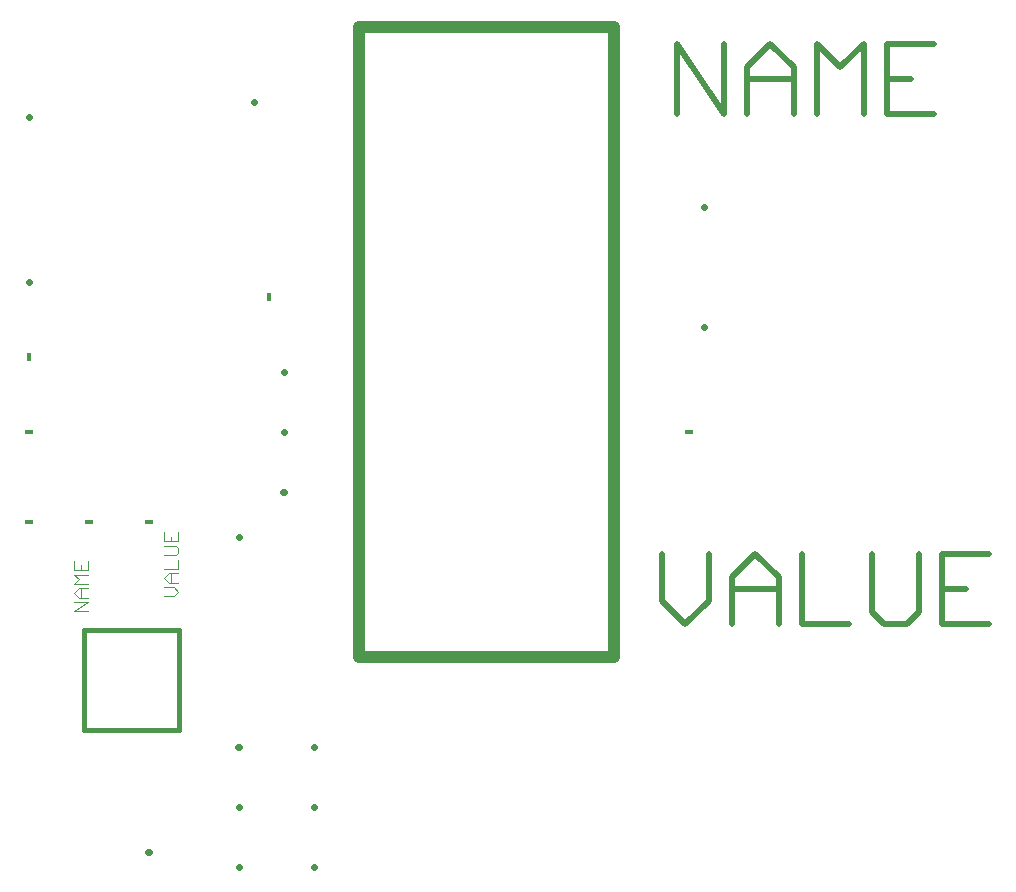
<source format=gto>
G75*
%MOIN*%
%OFA0B0*%
%FSLAX25Y25*%
%IPPOS*%
%LPD*%
%AMOC8*
5,1,8,0,0,1.08239X$1,22.5*
%
%ADD10C,0.02200*%
%ADD11R,0.01800X0.03000*%
%ADD12R,0.03000X0.01800*%
%ADD13C,0.02000*%
%ADD14C,0.04000*%
%ADD15C,0.00400*%
%ADD16C,0.01600*%
D10*
X0087080Y0037200D02*
X0087320Y0037200D01*
X0117200Y0032320D02*
X0117200Y0032080D01*
X0117200Y0052080D02*
X0117200Y0052320D01*
X0117320Y0072200D02*
X0117080Y0072200D01*
X0142200Y0072080D02*
X0142200Y0072320D01*
X0142200Y0052320D02*
X0142200Y0052080D01*
X0142200Y0032320D02*
X0142200Y0032080D01*
X0117200Y0142080D02*
X0117200Y0142320D01*
X0132080Y0157200D02*
X0132320Y0157200D01*
X0132200Y0177080D02*
X0132200Y0177320D01*
X0132200Y0197080D02*
X0132200Y0197320D01*
X0047200Y0227080D02*
X0047200Y0227320D01*
X0047200Y0282080D02*
X0047200Y0282320D01*
X0122200Y0287080D02*
X0122200Y0287320D01*
X0272200Y0252320D02*
X0272200Y0252080D01*
X0272200Y0212320D02*
X0272200Y0212080D01*
D11*
X0127200Y0222200D03*
X0047200Y0202200D03*
D12*
X0047200Y0177200D03*
X0047200Y0147200D03*
X0067200Y0147200D03*
X0087200Y0147200D03*
X0267200Y0177200D03*
D13*
X0273813Y0136620D02*
X0273813Y0121007D01*
X0266007Y0113200D01*
X0258200Y0121007D01*
X0258200Y0136620D01*
X0281588Y0128813D02*
X0289395Y0136620D01*
X0297201Y0128813D01*
X0297201Y0113200D01*
X0304976Y0113200D02*
X0320589Y0113200D01*
X0328364Y0117103D02*
X0332267Y0113200D01*
X0340074Y0113200D01*
X0343977Y0117103D01*
X0343977Y0136620D01*
X0351752Y0136620D02*
X0351752Y0113200D01*
X0367365Y0113200D01*
X0359559Y0124910D02*
X0351752Y0124910D01*
X0351752Y0136620D02*
X0367365Y0136620D01*
X0328364Y0136620D02*
X0328364Y0117103D01*
X0304976Y0113200D02*
X0304976Y0136620D01*
X0297201Y0124910D02*
X0281588Y0124910D01*
X0281588Y0128813D02*
X0281588Y0113200D01*
X0278813Y0283200D02*
X0278813Y0306620D01*
X0286588Y0298813D02*
X0294395Y0306620D01*
X0302201Y0298813D01*
X0302201Y0283200D01*
X0309976Y0283200D02*
X0309976Y0306620D01*
X0317783Y0298813D01*
X0325589Y0306620D01*
X0325589Y0283200D01*
X0333364Y0283200D02*
X0348977Y0283200D01*
X0341171Y0294910D02*
X0333364Y0294910D01*
X0333364Y0306620D02*
X0333364Y0283200D01*
X0333364Y0306620D02*
X0348977Y0306620D01*
X0302201Y0294910D02*
X0286588Y0294910D01*
X0286588Y0298813D02*
X0286588Y0283200D01*
X0278813Y0283200D02*
X0263200Y0306620D01*
X0263200Y0283200D01*
D14*
X0242200Y0312200D02*
X0242200Y0102200D01*
X0157200Y0102200D01*
X0157200Y0312200D01*
X0242200Y0312200D01*
D15*
X0097000Y0143885D02*
X0097000Y0140816D01*
X0092396Y0140816D01*
X0092396Y0143885D01*
X0094698Y0142350D02*
X0094698Y0140816D01*
X0096233Y0139281D02*
X0092396Y0139281D01*
X0092396Y0136212D02*
X0096233Y0136212D01*
X0097000Y0136979D01*
X0097000Y0138514D01*
X0096233Y0139281D01*
X0097000Y0134677D02*
X0097000Y0131608D01*
X0092396Y0131608D01*
X0093931Y0130073D02*
X0097000Y0130073D01*
X0094698Y0130073D02*
X0094698Y0127004D01*
X0093931Y0127004D02*
X0092396Y0128539D01*
X0093931Y0130073D01*
X0093931Y0127004D02*
X0097000Y0127004D01*
X0095465Y0125469D02*
X0097000Y0123935D01*
X0095465Y0122400D01*
X0092396Y0122400D01*
X0092396Y0125469D02*
X0095465Y0125469D01*
X0067000Y0125073D02*
X0063931Y0125073D01*
X0062396Y0123539D01*
X0063931Y0122004D01*
X0067000Y0122004D01*
X0067000Y0120469D02*
X0062396Y0120469D01*
X0064698Y0122004D02*
X0064698Y0125073D01*
X0062396Y0126608D02*
X0063931Y0128142D01*
X0062396Y0129677D01*
X0067000Y0129677D01*
X0067000Y0131212D02*
X0062396Y0131212D01*
X0062396Y0134281D01*
X0064698Y0132746D02*
X0064698Y0131212D01*
X0067000Y0131212D02*
X0067000Y0134281D01*
X0067000Y0126608D02*
X0062396Y0126608D01*
X0067000Y0120469D02*
X0062396Y0117400D01*
X0067000Y0117400D01*
D16*
X0065704Y0111334D02*
X0097200Y0111334D01*
X0097200Y0077869D01*
X0065704Y0077869D01*
X0065704Y0082594D01*
X0065704Y0082987D01*
X0065704Y0111334D01*
M02*

</source>
